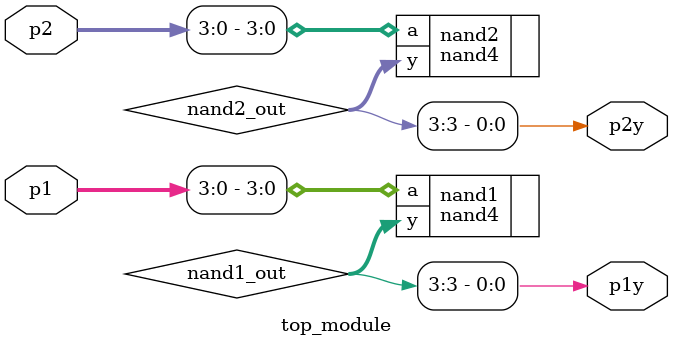
<source format=sv>
module top_module(
  input [7:0] p1,
  input [7:0] p2,
  output p1y,
  output p2y
);

  wire [3:0] nand1_out;
  wire [3:0] nand2_out;

  // First 4-input NAND gate
  nand4 #(4) nand1 (
    .a(p1[3:0]),
    .y(nand1_out)
  );

  // Second 4-input NAND gate
  nand4 #(4) nand2 (
    .a(p2[3:0]),
    .y(nand2_out)
  );

  // Output assignment
  assign p1y = nand1_out[3];
  assign p2y = nand2_out[3];
endmodule

</source>
